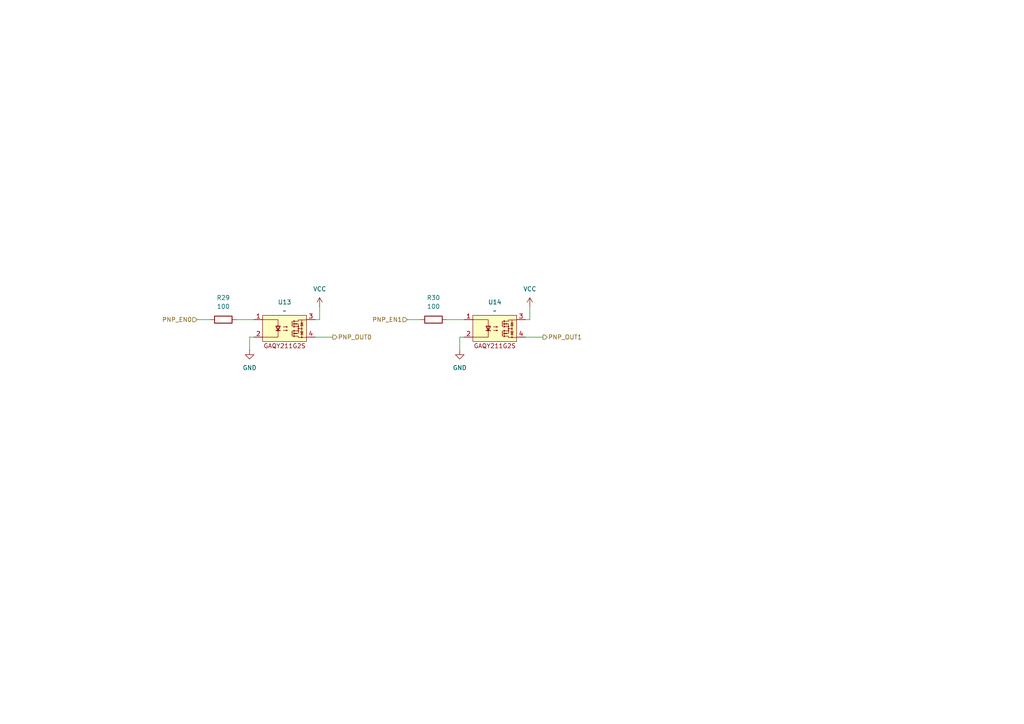
<source format=kicad_sch>
(kicad_sch (version 20250114) (generator "eeschema") (generator_version "9.0")
  (paper "A4")
  (lib_symbols
    (symbol "Device:R" (pin_numbers (hide yes)) (pin_names (offset 0))
      (property "Reference" "R" (at 2.032 0 90))
      (property "Value" "R" (at 0 0 90))
      (symbol "R_0_1"
        (rectangle (start -1.016 -2.54) (end 1.016 2.54) (stroke (width 0.254)))
      )
      (symbol "R_1_1"
        (pin passive line (at 0 3.81 270) (length 1.27) (name "~") (number "1"))
        (pin passive line (at 0 -3.81 90) (length 1.27) (name "~") (number "2"))
      )
    )
    (symbol "Riqi_Parts:GAQY211G2S"
      (property "Reference" "U" (at 0 0 0))
      (symbol "GAQY211G2S_0_1"
        (polyline (pts (xy -2.54 -2.54) (xy 1.905 -2.54) (xy 1.905 -4.445)))
        (polyline (pts (xy 1.27 -5.715) (xy 2.54 -5.715)) (stroke (width 0.254)))
        (polyline (pts (xy 1.905 -4.191) (xy 1.905 -7.62) (xy -2.54 -7.62)))
        (polyline (pts (xy 1.905 -5.715) (xy 1.27 -4.445) (xy 2.54 -4.445) (xy 1.905 -5.715)) (stroke (width 0.254)))
        (polyline (pts (xy 3.4016 -4.6346) (xy 4.6716 -4.6346) (xy 4.2906 -4.7616) (xy 4.2906 -4.5076) (xy 4.6716 -4.6346)))
        (polyline (pts (xy 3.4016 -5.6506) (xy 4.6716 -5.6506) (xy 4.2906 -5.7776) (xy 4.2906 -5.5236) (xy 4.6716 -5.6506)))
        (polyline (pts (xy 6.004 -3.0018) (xy 6.004 -4.5258)) (stroke (width 0.2032)))
        (polyline (pts (xy 6.004 -5.7958) (xy 6.004 -7.3198)) (stroke (width 0.2032)))
        (polyline (pts (xy 6.512 -2.8748) (xy 6.512 -3.1288) (xy 6.512 -3.1288)) (stroke (width 0.3556)))
        (polyline (pts (xy 6.512 -3.6368) (xy 6.512 -3.8908) (xy 6.512 -3.8908)) (stroke (width 0.3556)))
        (polyline (pts (xy 6.512 -4.3988) (xy 6.512 -4.6528) (xy 6.512 -4.6528)) (stroke (width 0.3556)))
        (polyline (pts (xy 6.512 -5.6688) (xy 6.512 -5.9228)) (stroke (width 0.3556)))
        (polyline (pts (xy 6.512 -6.4308) (xy 6.512 -6.6848) (xy 6.512 -6.6848)) (stroke (width 0.3556)))
        (polyline (pts (xy 6.512 -7.1928) (xy 6.512 -7.4468) (xy 6.512 -7.4468)) (stroke (width 0.3556)))
        (polyline (pts (xy 6.639 -3.0018) (xy 7.782 -3.0018) (xy 7.782 -2.6208) (xy 10.068 -2.6208)))
        (polyline (pts (xy 6.639 -3.7638) (xy 7.782 -3.7638) (xy 7.782 -4.5258)))
        (polyline (pts (xy 6.639 -5.7958) (xy 7.782 -5.7958) (xy 7.782 -4.5258) (xy 6.639 -4.5258)))
        (polyline (pts (xy 6.639 -6.5578) (xy 7.782 -6.5578) (xy 7.782 -5.7958)))
        (polyline (pts (xy 6.639 -7.3198) (xy 7.782 -7.3198) (xy 7.782 -7.7008) (xy 10.068 -7.7008)))
        (polyline (pts (xy 6.766 -3.7638) (xy 7.274 -3.6368) (xy 7.274 -3.8908) (xy 6.766 -3.7638)))
        (polyline (pts (xy 6.766 -6.5578) (xy 7.274 -6.4308) (xy 7.274 -6.6848) (xy 6.766 -6.5578)))
        (circle (center 7.782 -4.5258) (radius 0.127))
        (polyline (pts (xy 7.782 -5.1608) (xy 8.798 -5.1608)))
        (circle (center 7.782 -5.1608) (radius 0.127))
        (circle (center 7.782 -5.7958) (radius 0.127))
        (polyline (pts (xy 8.417 -3.5098) (xy 9.179 -3.5098)))
        (polyline (pts (xy 8.417 -6.8118) (xy 9.179 -6.8118)))
        (polyline (pts (xy 8.798 -3.5098) (xy 8.417 -4.2718) (xy 9.179 -4.2718) (xy 8.798 -3.5098)))
        (circle (center 8.798 -5.1608) (radius 0.127))
        (polyline (pts (xy 8.798 -6.8118) (xy 8.417 -6.0498) (xy 9.179 -6.0498) (xy 8.798 -6.8118)))
        (polyline (pts (xy 8.798 -7.7008) (xy 8.798 -2.6208)))
        (circle (center 8.798 -7.7008) (radius 0.127))
      )
      (symbol "GAQY211G2S_1_1"
        (rectangle (start -2.54 -1.27) (end 10.16 -8.89) (fill (type background)))
        (text "GAQY211G2S\n" (at 3.81 -10.16 0) (effects (font (size 1.27 1.27))))
        (pin input line (at -5.08 -2.54 0) (length 2.54) (name "") (number "1"))
        (pin input line (at -5.08 -7.62 0) (length 2.54) (name "") (number "2"))
        (pin input line (at 12.7 -2.54 180) (length 2.54) (name "") (number "3"))
        (pin input line (at 12.7 -7.62 180) (length 2.54) (name "") (number "4"))
      )
    )
    (symbol "power:GND" (power) (pin_numbers (hide yes)) (pin_names (offset 0) (hide yes))
      (property "Value" "GND" (at 0 -3.81 0))
      (symbol "GND_0_1"
        (polyline (pts (xy 0 0) (xy 0 -1.27) (xy 1.27 -1.27) (xy 0 -2.54) (xy -1.27 -1.27) (xy 0 -1.27)))
      )
      (symbol "GND_1_1"
        (pin power_in line (at 0 0 270) (length 0) (name "~") (number "1"))
      )
    )
    (symbol "power:VCC" (power) (pin_numbers (hide yes)) (pin_names (offset 0) (hide yes))
      (property "Value" "VCC" (at 0 3.556 0))
      (symbol "VCC_0_1"
        (polyline (pts (xy -0.762 1.27) (xy 0 2.54)))
        (polyline (pts (xy 0 2.54) (xy 0.762 1.27)))
        (polyline (pts (xy 0 0) (xy 0 2.54)))
      )
      (symbol "VCC_1_1"
        (pin power_in line (at 0 0 90) (length 0) (name "~") (number "1"))
      )
    )
  )
  (wire (pts (xy 118.11 92.71) (xy 121.92 92.71)))
  (wire (pts (xy 68.58 92.71) (xy 73.66 92.71)))
  (wire (pts (xy 91.44 92.71) (xy 92.71 92.71)))
  (wire (pts (xy 153.67 92.71) (xy 153.67 88.9)))
  (wire (pts (xy 129.54 92.71) (xy 134.62 92.71)))
  (wire (pts (xy 152.4 97.79) (xy 157.48 97.79)))
  (wire (pts (xy 133.35 101.6) (xy 133.35 97.79)))
  (wire (pts (xy 72.39 101.6) (xy 72.39 97.79)))
  (wire (pts (xy 133.35 97.79) (xy 134.62 97.79)))
  (wire (pts (xy 57.15 92.71) (xy 60.96 92.71)))
  (wire (pts (xy 72.39 97.79) (xy 73.66 97.79)))
  (wire (pts (xy 152.4 92.71) (xy 153.67 92.71)))
  (wire (pts (xy 91.44 97.79) (xy 96.52 97.79)))
  (wire (pts (xy 92.71 92.71) (xy 92.71 88.9)))
  (hierarchical_label "PNP_OUT1" (shape output) (at 157.48 97.79 0))
  (hierarchical_label "PNP_OUT0" (shape output) (at 96.52 97.79 0))
  (hierarchical_label "PNP_EN0" (shape input) (at 57.15 92.71 180))
  (hierarchical_label "PNP_EN1" (shape input) (at 118.11 92.71 180))
  (symbol (lib_id "Riqi_Parts:GAQY211G2S") (at 139.7 90.17 0) (unit 1)
    (property "Reference" "U14" (at 143.51 87.63 0))
    (property "Value" "~" (at 143.51 90.17 0))
    (property "Footprint" "Package_SO:SO-4_4.4x4.3mm_P2.54mm" (effects (hide yes)))
    (property "Datasheet" "https://lcsc.com/datasheet/lcsc_datasheet_2411220035_SUPSiC-GAQY211G2S_C7435104.pdf" (effects (hide yes)))
  )
  (symbol (lib_id "Riqi_Parts:GAQY211G2S") (at 78.74 90.17 0) (unit 1)
    (property "Reference" "U13" (at 82.55 87.63 0))
    (property "Value" "~" (at 82.55 90.17 0))
    (property "Footprint" "Package_SO:SO-4_4.4x4.3mm_P2.54mm" (effects (hide yes)))
    (property "Datasheet" "https://lcsc.com/datasheet/lcsc_datasheet_2411220035_SUPSiC-GAQY211G2S_C7435104.pdf" (effects (hide yes)))
  )
  (symbol (lib_id "power:GND") (at 133.35 101.6 0) (unit 1)
    (property "Reference" "#PWR056" (effects (hide yes)))
    (property "Value" "GND" (at 133.35 106.68 0))
    (property "Description" "Power symbol creates a global label with name \"GND\" , ground" (effects (hide yes)))
  )
  (symbol (lib_id "power:VCC") (at 153.67 88.9 0) (unit 1)
    (property "Reference" "#PWR057" (effects (hide yes)))
    (property "Value" "VCC" (at 153.67 83.82 0))
    (property "Description" "Power symbol creates a global label with name \"VCC\"" (effects (hide yes)))
  )
  (symbol (lib_id "power:GND") (at 72.39 101.6 0) (unit 1)
    (property "Reference" "#PWR033" (effects (hide yes)))
    (property "Value" "GND" (at 72.39 106.68 0))
    (property "Description" "Power symbol creates a global label with name \"GND\" , ground" (effects (hide yes)))
  )
  (symbol (lib_id "Device:R") (at 125.73 92.71 90) (unit 1)
    (property "Reference" "R30" (at 125.73 86.36 90))
    (property "Value" "100" (at 125.73 88.9 90))
    (property "Description" "Resistor" (effects (hide yes)))
  )
  (symbol (lib_id "Device:R") (at 64.77 92.71 90) (unit 1)
    (property "Reference" "R29" (at 64.77 86.36 90))
    (property "Value" "100" (at 64.77 88.9 90))
    (property "Description" "Resistor" (effects (hide yes)))
  )
  (symbol (lib_id "power:VCC") (at 92.71 88.9 0) (unit 1)
    (property "Reference" "#PWR051" (effects (hide yes)))
    (property "Value" "VCC" (at 92.71 83.82 0))
    (property "Description" "Power symbol creates a global label with name \"VCC\"" (effects (hide yes)))
  )
)
</source>
